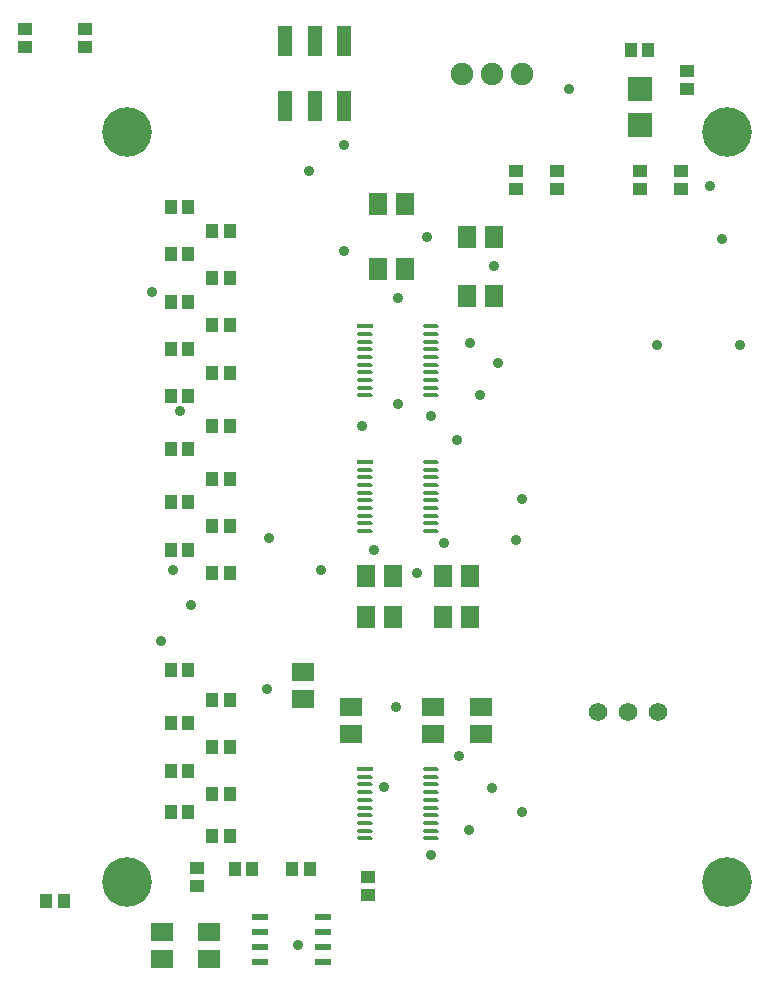
<source format=gbr>
%TF.GenerationSoftware,Altium Limited,Altium Designer,23.3.1 (30)*%
G04 Layer_Color=8388736*
%FSLAX45Y45*%
%MOMM*%
%TF.SameCoordinates,CA382BF2-D798-45FE-BEC5-AB2A3CF063FF*%
%TF.FilePolarity,Negative*%
%TF.FileFunction,Soldermask,Top*%
%TF.Part,Single*%
G01*
G75*
%TA.AperFunction,SMDPad,CuDef*%
%ADD11R,1.20000X2.50000*%
G04:AMPARAMS|DCode=15|XSize=1.35543mm|YSize=0.34077mm|CornerRadius=0.17038mm|HoleSize=0mm|Usage=FLASHONLY|Rotation=0.000|XOffset=0mm|YOffset=0mm|HoleType=Round|Shape=RoundedRectangle|*
%AMROUNDEDRECTD15*
21,1,1.35543,0.00000,0,0,0.0*
21,1,1.01467,0.34077,0,0,0.0*
1,1,0.34077,0.50733,0.00000*
1,1,0.34077,-0.50733,0.00000*
1,1,0.34077,-0.50733,0.00000*
1,1,0.34077,0.50733,0.00000*
%
%ADD15ROUNDEDRECTD15*%
%ADD16R,1.35543X0.34077*%
%ADD18R,1.40000X0.60000*%
%TA.AperFunction,ComponentPad*%
%ADD25C,1.57480*%
%TA.AperFunction,SMDPad,CuDef*%
%ADD52R,1.00320X1.20320*%
%ADD53R,1.20320X1.00320*%
%ADD54R,1.60320X1.90320*%
%ADD55R,1.90320X1.60320*%
%ADD56R,2.04320X2.00320*%
%TA.AperFunction,ComponentPad*%
%ADD57C,1.90320*%
%TA.AperFunction,ViaPad*%
%ADD58C,4.20320*%
%ADD59C,0.90320*%
D11*
X8700000Y10775000D02*
D03*
Y10225000D02*
D03*
X8450000D02*
D03*
Y10775000D02*
D03*
X8950000D02*
D03*
Y10225000D02*
D03*
D15*
X9680893Y8362500D02*
D03*
Y8297500D02*
D03*
Y8232500D02*
D03*
Y8167500D02*
D03*
Y8102500D02*
D03*
Y8037500D02*
D03*
Y7972500D02*
D03*
Y7907500D02*
D03*
Y7842500D02*
D03*
Y7777500D02*
D03*
X9125816D02*
D03*
Y7842500D02*
D03*
Y7907500D02*
D03*
Y7972500D02*
D03*
Y8037500D02*
D03*
Y8102500D02*
D03*
Y8167500D02*
D03*
Y8232500D02*
D03*
Y8297500D02*
D03*
X9680893Y7212500D02*
D03*
Y7147500D02*
D03*
Y7082500D02*
D03*
Y7017500D02*
D03*
Y6952500D02*
D03*
Y6887500D02*
D03*
Y6822500D02*
D03*
Y6757500D02*
D03*
Y6692500D02*
D03*
Y6627500D02*
D03*
X9125816D02*
D03*
Y6692500D02*
D03*
Y6757500D02*
D03*
Y6822500D02*
D03*
Y6887500D02*
D03*
Y6952500D02*
D03*
Y7017500D02*
D03*
Y7082500D02*
D03*
Y7147500D02*
D03*
X9680893Y4612500D02*
D03*
Y4547500D02*
D03*
Y4482500D02*
D03*
Y4417500D02*
D03*
Y4352500D02*
D03*
Y4287500D02*
D03*
Y4222500D02*
D03*
Y4157500D02*
D03*
Y4092500D02*
D03*
Y4027500D02*
D03*
X9125816D02*
D03*
Y4092500D02*
D03*
Y4157500D02*
D03*
Y4222500D02*
D03*
Y4287500D02*
D03*
Y4352500D02*
D03*
Y4417500D02*
D03*
Y4482500D02*
D03*
Y4547500D02*
D03*
D16*
Y8362500D02*
D03*
Y7212500D02*
D03*
Y4612500D02*
D03*
D18*
X8768351Y3360500D02*
D03*
Y3233500D02*
D03*
Y3106500D02*
D03*
Y2979500D02*
D03*
X8238358D02*
D03*
Y3106500D02*
D03*
Y3233500D02*
D03*
Y3360500D02*
D03*
D25*
X11096000Y5100000D02*
D03*
X11350000D02*
D03*
X11604000D02*
D03*
D52*
X7828400Y9170000D02*
D03*
X7978400D02*
D03*
X8509132Y3767500D02*
D03*
X8659132D02*
D03*
X6575000Y3500000D02*
D03*
X6425000D02*
D03*
X7628400Y9370000D02*
D03*
X7478400D02*
D03*
X7628400Y8970000D02*
D03*
X7478400D02*
D03*
X7978400Y8770000D02*
D03*
X7828400D02*
D03*
X7628400Y8570000D02*
D03*
X7478400D02*
D03*
X7978400Y8370000D02*
D03*
X7828400D02*
D03*
X7628400Y8170000D02*
D03*
X7478400D02*
D03*
X7978400Y7970000D02*
D03*
X7828400D02*
D03*
X7628400Y7770000D02*
D03*
X7478400D02*
D03*
X7978400Y7520000D02*
D03*
X7828400D02*
D03*
X7628400Y7320000D02*
D03*
X7478400D02*
D03*
X7978400Y7070000D02*
D03*
X7828400D02*
D03*
X7628400Y6870000D02*
D03*
X7478400D02*
D03*
X7978400Y6670000D02*
D03*
X7828400D02*
D03*
X7628400Y6470000D02*
D03*
X7478400D02*
D03*
X7978400Y6270000D02*
D03*
X7828400D02*
D03*
X7628400Y5450000D02*
D03*
X7478400D02*
D03*
X7978400Y5200000D02*
D03*
X7828400D02*
D03*
X7628400Y5000000D02*
D03*
X7478400D02*
D03*
X7978400Y4800000D02*
D03*
X7828400D02*
D03*
X7628400Y4600000D02*
D03*
X7478400D02*
D03*
X7978400Y4400000D02*
D03*
X7828400D02*
D03*
X7628400Y4250000D02*
D03*
X7478400D02*
D03*
X7978400Y4050000D02*
D03*
X7828400D02*
D03*
X8170257Y3767500D02*
D03*
X8020257D02*
D03*
X11525000Y10700000D02*
D03*
X11375000D02*
D03*
D53*
X11850000Y10375000D02*
D03*
Y10525000D02*
D03*
X11450000Y9675000D02*
D03*
Y9525000D02*
D03*
X10750000Y9675000D02*
D03*
Y9525000D02*
D03*
X6250000Y10875000D02*
D03*
Y10725000D02*
D03*
X11803354Y9525000D02*
D03*
Y9675000D02*
D03*
X6750000Y10875000D02*
D03*
Y10725000D02*
D03*
X7700000Y3775000D02*
D03*
Y3625000D02*
D03*
X9153354Y3695000D02*
D03*
Y3545000D02*
D03*
X10400000Y9525000D02*
D03*
Y9675000D02*
D03*
D54*
X9235700Y8850000D02*
D03*
X9464300D02*
D03*
X9235700Y9400000D02*
D03*
X9464300D02*
D03*
X9135700Y6250000D02*
D03*
X9364300D02*
D03*
X10217654Y9120000D02*
D03*
X9989054D02*
D03*
X10217654Y8620000D02*
D03*
X9989054D02*
D03*
X9135700Y5900000D02*
D03*
X9364300D02*
D03*
X9789054D02*
D03*
X10017654D02*
D03*
X9789054Y6250000D02*
D03*
X10017654D02*
D03*
D55*
X7803354Y3005700D02*
D03*
Y3234300D02*
D03*
X8603354Y5205700D02*
D03*
Y5434300D02*
D03*
X10103354Y5134300D02*
D03*
Y4905700D02*
D03*
X9003354D02*
D03*
Y5134300D02*
D03*
X9703354D02*
D03*
Y4905700D02*
D03*
X7403354Y3234300D02*
D03*
Y3005700D02*
D03*
D56*
X11453354Y10370000D02*
D03*
Y10070000D02*
D03*
D57*
X10453354Y10495000D02*
D03*
X10199354D02*
D03*
X9945354D02*
D03*
D58*
X7112000Y3657600D02*
D03*
Y10007600D02*
D03*
X12192000Y3657600D02*
D03*
Y10007600D02*
D03*
D59*
X8298610Y5294986D02*
D03*
X12300000Y8200000D02*
D03*
X11600000D02*
D03*
X7323594Y8653463D02*
D03*
X7559727Y7641662D02*
D03*
X9400000Y7700000D02*
D03*
Y8600000D02*
D03*
X7400000Y5700000D02*
D03*
X9282000Y4457930D02*
D03*
X9390785Y5134300D02*
D03*
X8651849Y9673348D02*
D03*
X8950000Y9000000D02*
D03*
X8312151Y6570164D02*
D03*
X8750000Y6300000D02*
D03*
X9567607Y6270891D02*
D03*
X12050000Y9550000D02*
D03*
X10849354Y10370000D02*
D03*
X10217654Y8870000D02*
D03*
X7500000Y6300000D02*
D03*
X9682494Y7605852D02*
D03*
X10007231Y4100000D02*
D03*
X9680893Y3886305D02*
D03*
X8950000Y9900000D02*
D03*
X7650000Y6000000D02*
D03*
X9924716Y4724000D02*
D03*
X9793172Y6524424D02*
D03*
X10200000Y4450000D02*
D03*
X12150000Y9100000D02*
D03*
X10018027Y8222704D02*
D03*
X10250000Y8050000D02*
D03*
X10100000Y7777000D02*
D03*
X10450000Y6900000D02*
D03*
Y4250000D02*
D03*
X9900000Y7400000D02*
D03*
X10400000Y6550000D02*
D03*
X9203354Y6470000D02*
D03*
X9103354Y7520000D02*
D03*
X8553354Y3120000D02*
D03*
X9653354Y9120000D02*
D03*
%TF.MD5,ed802667a3a44801ed4c37a8733a53e6*%
M02*

</source>
